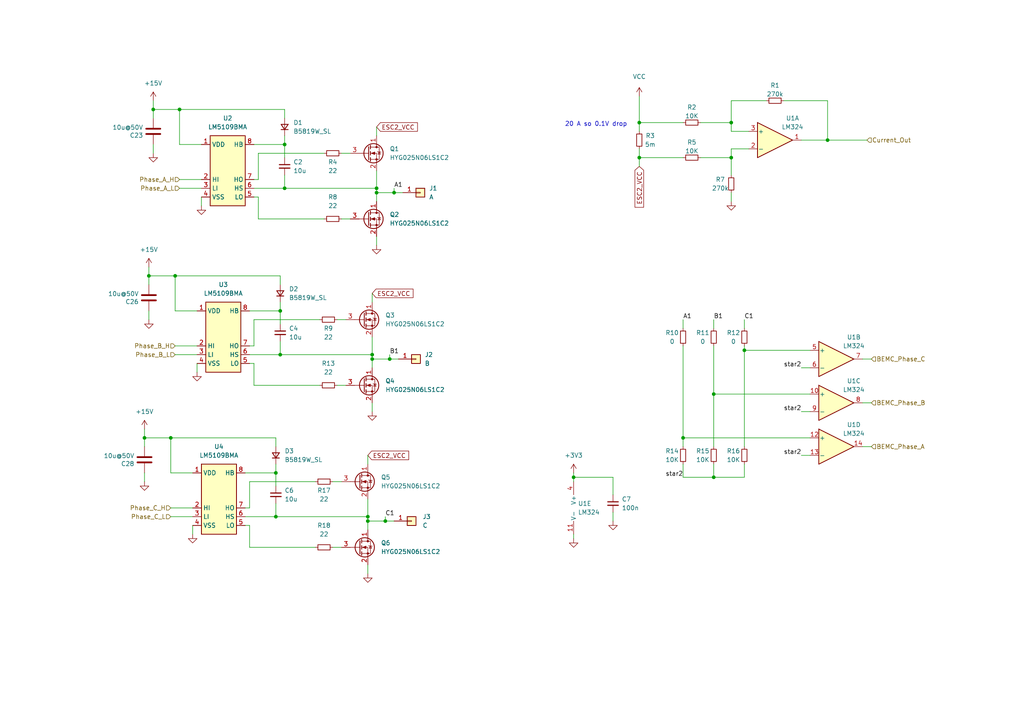
<source format=kicad_sch>
(kicad_sch (version 20211123) (generator eeschema)
  (paper "A4")
  (lib_symbols
    (symbol "Amplifier_Operational:LM324" (pin_names (offset 0.127))
      (property "Reference" "U" (at 0 5.08 0))
      (property "Value" "LM324" (at 0 -5.08 0))
      (symbol "LM324_1_1"
        (polyline (pts (xy -5.08 5.08) (xy 5.08 0) (xy -5.08 -5.08) (xy -5.08 5.08)) (stroke (width 0.254)) (fill (type background)))
        (pin output line (at 7.62 0 180) (length 2.54) (name "~") (number "1"))
        (pin input line (at -7.62 -2.54 0) (length 2.54) (name "-") (number "2"))
        (pin input line (at -7.62 2.54 0) (length 2.54) (name "+") (number "3"))
      )
      (symbol "LM324_2_1"
        (polyline (pts (xy -5.08 5.08) (xy 5.08 0) (xy -5.08 -5.08) (xy -5.08 5.08)) (stroke (width 0.254)) (fill (type background)))
        (pin input line (at -7.62 2.54 0) (length 2.54) (name "+") (number "5"))
        (pin input line (at -7.62 -2.54 0) (length 2.54) (name "-") (number "6"))
        (pin output line (at 7.62 0 180) (length 2.54) (name "~") (number "7"))
      )
      (symbol "LM324_3_1"
        (polyline (pts (xy -5.08 5.08) (xy 5.08 0) (xy -5.08 -5.08) (xy -5.08 5.08)) (stroke (width 0.254)) (fill (type background)))
        (pin input line (at -7.62 2.54 0) (length 2.54) (name "+") (number "10"))
        (pin output line (at 7.62 0 180) (length 2.54) (name "~") (number "8"))
        (pin input line (at -7.62 -2.54 0) (length 2.54) (name "-") (number "9"))
      )
      (symbol "LM324_4_1"
        (polyline (pts (xy -5.08 5.08) (xy 5.08 0) (xy -5.08 -5.08) (xy -5.08 5.08)) (stroke (width 0.254)) (fill (type background)))
        (pin input line (at -7.62 2.54 0) (length 2.54) (name "+") (number "12"))
        (pin input line (at -7.62 -2.54 0) (length 2.54) (name "-") (number "13"))
        (pin output line (at 7.62 0 180) (length 2.54) (name "~") (number "14"))
      )
      (symbol "LM324_5_1"
        (pin power_in line (at -2.54 -7.62 90) (length 3.81) (name "V-") (number "11"))
        (pin power_in line (at -2.54 7.62 270) (length 3.81) (name "V+") (number "4"))
      )
    )
    (symbol "Connector_Generic:Conn_01x01" (pin_names (offset 1.016) hide)
      (property "Reference" "J" (at 0 2.54 0))
      (property "Value" "Conn_01x01" (at 0 -2.54 0))
      (symbol "Conn_01x01_1_1"
        (rectangle (start -1.27 0.127) (end 0 -0.127) (stroke (width 0.1524)))
        (rectangle (start -1.27 1.27) (end 1.27 -1.27) (stroke (width 0.254)) (fill (type background)))
        (pin passive line (at -5.08 0 0) (length 3.81) (name "Pin_1") (number "1"))
      )
    )
    (symbol "Device:C" (pin_numbers hide) (pin_names (offset 0.254))
      (property "Reference" "C" (at 0.635 2.54 0))
      (property "Value" "C" (at 0.635 -2.54 0))
      (symbol "C_0_1"
        (polyline (pts (xy -2.032 -0.762) (xy 2.032 -0.762)) (stroke (width 0.508)))
        (polyline (pts (xy -2.032 0.762) (xy 2.032 0.762)) (stroke (width 0.508)))
      )
      (symbol "C_1_1"
        (pin passive line (at 0 3.81 270) (length 2.794) (name "~") (number "1"))
        (pin passive line (at 0 -3.81 90) (length 2.794) (name "~") (number "2"))
      )
    )
    (symbol "Device:C_Small" (pin_numbers hide) (pin_names (offset 0.254) hide)
      (property "Reference" "C" (at 0.254 1.778 0))
      (property "Value" "C_Small" (at 0.254 -2.032 0))
      (symbol "C_Small_0_1"
        (polyline (pts (xy -1.524 -0.508) (xy 1.524 -0.508)) (stroke (width 0.3302)))
        (polyline (pts (xy -1.524 0.508) (xy 1.524 0.508)) (stroke (width 0.3048)))
      )
      (symbol "C_Small_1_1"
        (pin passive line (at 0 2.54 270) (length 2.032) (name "~") (number "1"))
        (pin passive line (at 0 -2.54 90) (length 2.032) (name "~") (number "2"))
      )
    )
    (symbol "Device:D_Small" (pin_numbers hide) (pin_names (offset 0.254) hide)
      (property "Reference" "D" (at -1.27 2.032 0))
      (property "Value" "D_Small" (at -3.81 -2.032 0))
      (symbol "D_Small_0_1"
        (polyline (pts (xy -0.762 -1.016) (xy -0.762 1.016)) (stroke (width 0.254)))
        (polyline (pts (xy -0.762 0) (xy 0.762 0)))
        (polyline (pts (xy 0.762 -1.016) (xy -0.762 0) (xy 0.762 1.016) (xy 0.762 -1.016)) (stroke (width 0.254)))
      )
      (symbol "D_Small_1_1"
        (pin passive line (at -2.54 0 0) (length 1.778) (name "K") (number "1"))
        (pin passive line (at 2.54 0 180) (length 1.778) (name "A") (number "2"))
      )
    )
    (symbol "Device:Q_NMOS_DSG" (pin_names (offset 0) hide)
      (property "Reference" "Q" (at 5.08 1.27 0))
      (property "Value" "Q_NMOS_DSG" (at 5.08 -1.27 0))
      (symbol "Q_NMOS_DSG_0_1"
        (polyline (pts (xy 0.254 0) (xy -2.54 0)))
        (polyline (pts (xy 0.254 1.905) (xy 0.254 -1.905)) (stroke (width 0.254)))
        (polyline (pts (xy 0.762 -1.27) (xy 0.762 -2.286)) (stroke (width 0.254)))
        (polyline (pts (xy 0.762 0.508) (xy 0.762 -0.508)) (stroke (width 0.254)))
        (polyline (pts (xy 0.762 2.286) (xy 0.762 1.27)) (stroke (width 0.254)))
        (polyline (pts (xy 2.54 2.54) (xy 2.54 1.778)))
        (polyline (pts (xy 2.54 -2.54) (xy 2.54 0) (xy 0.762 0)))
        (polyline (pts (xy 0.762 -1.778) (xy 3.302 -1.778) (xy 3.302 1.778) (xy 0.762 1.778)))
        (polyline (pts (xy 1.016 0) (xy 2.032 0.381) (xy 2.032 -0.381) (xy 1.016 0)) (fill (type outline)))
        (polyline (pts (xy 2.794 0.508) (xy 2.921 0.381) (xy 3.683 0.381) (xy 3.81 0.254)))
        (polyline (pts (xy 3.302 0.381) (xy 2.921 -0.254) (xy 3.683 -0.254) (xy 3.302 0.381)))
        (circle (center 1.651 0) (radius 2.794) (stroke (width 0.254)))
        (circle (center 2.54 -1.778) (radius 0.254) (fill (type outline)))
        (circle (center 2.54 1.778) (radius 0.254) (fill (type outline)))
      )
      (symbol "Q_NMOS_DSG_1_1"
        (pin passive line (at 2.54 5.08 270) (length 2.54) (name "D") (number "1"))
        (pin passive line (at 2.54 -5.08 90) (length 2.54) (name "S") (number "2"))
        (pin input line (at -5.08 0 0) (length 2.54) (name "G") (number "3"))
      )
    )
    (symbol "Device:R_Small" (pin_numbers hide) (pin_names (offset 0.254) hide)
      (property "Reference" "R" (at 0.762 0.508 0))
      (property "Value" "R_Small" (at 0.762 -1.016 0))
      (symbol "R_Small_0_1"
        (rectangle (start -0.762 1.778) (end 0.762 -1.778) (stroke (width 0.2032)))
      )
      (symbol "R_Small_1_1"
        (pin passive line (at 0 2.54 270) (length 0.762) (name "~") (number "1"))
        (pin passive line (at 0 -2.54 90) (length 0.762) (name "~") (number "2"))
      )
    )
    (symbol "Driver_FET:LM5109BMA"
      (property "Reference" "U" (at 0 13.97 0))
      (property "Value" "LM5109BMA" (at 0 11.43 0))
      (symbol "LM5109BMA_0_1"
        (rectangle (start -5.08 -10.16) (end 5.08 10.16) (stroke (width 0.254)) (fill (type background)))
      )
      (symbol "LM5109BMA_1_1"
        (pin power_in line (at -7.62 7.62 0) (length 2.54) (name "VDD") (number "1"))
        (pin input line (at -7.62 -2.54 0) (length 2.54) (name "HI") (number "2"))
        (pin input line (at -7.62 -5.08 0) (length 2.54) (name "LI") (number "3"))
        (pin power_in line (at -7.62 -7.62 0) (length 2.54) (name "VSS") (number "4"))
        (pin output line (at 7.62 -7.62 180) (length 2.54) (name "LO") (number "5"))
        (pin passive line (at 7.62 -5.08 180) (length 2.54) (name "HS") (number "6"))
        (pin output line (at 7.62 -2.54 180) (length 2.54) (name "HO") (number "7"))
        (pin passive line (at 7.62 7.62 180) (length 2.54) (name "HB") (number "8"))
      )
    )
    (symbol "power:+15V" (power) (pin_names (offset 0))
      (property "Value" "+15V" (at 0 3.556 0))
      (symbol "+15V_0_1"
        (polyline (pts (xy -0.762 1.27) (xy 0 2.54)))
        (polyline (pts (xy 0 0) (xy 0 2.54)))
        (polyline (pts (xy 0 2.54) (xy 0.762 1.27)))
      )
      (symbol "+15V_1_1"
        (pin power_in line (at 0 0 90) (length 0) hide (name "+15V") (number "1"))
      )
    )
    (symbol "power:+3V3" (power) (pin_names (offset 0))
      (property "Value" "+3V3" (at 0 3.556 0))
      (symbol "+3V3_0_1"
        (polyline (pts (xy -0.762 1.27) (xy 0 2.54)))
        (polyline (pts (xy 0 0) (xy 0 2.54)))
        (polyline (pts (xy 0 2.54) (xy 0.762 1.27)))
      )
      (symbol "+3V3_1_1"
        (pin power_in line (at 0 0 90) (length 0) hide (name "+3V3") (number "1"))
      )
    )
    (symbol "power:GND" (power) (pin_names (offset 0))
      (property "Value" "GND" (at 0 -3.81 0))
      (symbol "GND_0_1"
        (polyline (pts (xy 0 0) (xy 0 -1.27) (xy 1.27 -1.27) (xy 0 -2.54) (xy -1.27 -1.27) (xy 0 -1.27)))
      )
      (symbol "GND_1_1"
        (pin power_in line (at 0 0 270) (length 0) hide (name "GND") (number "1"))
      )
    )
    (symbol "power:VCC" (power) (pin_names (offset 0))
      (property "Value" "VCC" (at 0 3.81 0))
      (symbol "VCC_0_1"
        (polyline (pts (xy -0.762 1.27) (xy 0 2.54)))
        (polyline (pts (xy 0 0) (xy 0 2.54)))
        (polyline (pts (xy 0 2.54) (xy 0.762 1.27)))
      )
      (symbol "VCC_1_1"
        (pin power_in line (at 0 0 90) (length 0) hide (name "VCC") (number "1"))
      )
    )
  )
  (junction (at 198.12 127))
  (junction (at 166.37 138.43))
  (junction (at 43.18 80.01))
  (junction (at 106.68 149.86))
  (junction (at 212.09 45.72))
  (junction (at 207.01 114.3))
  (junction (at 49.53 127))
  (junction (at 114.3 55.88))
  (junction (at 113.03 104.14))
  (junction (at 240.03 40.64))
  (junction (at 80.01 149.86))
  (junction (at 185.42 45.72))
  (junction (at 41.91 127))
  (junction (at 82.55 41.91))
  (junction (at 52.07 31.75))
  (junction (at 212.09 35.56))
  (junction (at 82.55 54.61))
  (junction (at 109.22 55.88))
  (junction (at 50.8 80.01))
  (junction (at 215.9 101.6))
  (junction (at 111.76 151.13))
  (junction (at 207.01 138.43))
  (junction (at 81.28 90.17))
  (junction (at 107.95 104.14))
  (junction (at 185.42 35.56))
  (junction (at 81.28 102.87))
  (junction (at 106.68 151.13))
  (junction (at 44.45 31.75))
  (junction (at 109.22 54.61))
  (junction (at 107.95 102.87))
  (junction (at 80.01 137.16))
  (wire (pts (xy 96.52 158.75) (xy 99.06 158.75)))
  (wire (pts (xy 107.95 102.87) (xy 107.95 97.79)))
  (wire (pts (xy 73.66 41.91) (xy 82.55 41.91)))
  (wire (pts (xy 52.07 31.75) (xy 52.07 41.91)))
  (wire (pts (xy 73.66 54.61) (xy 82.55 54.61)))
  (wire (pts (xy 212.09 35.56) (xy 203.2 35.56)))
  (wire (pts (xy 107.95 102.87) (xy 107.95 104.14)))
  (wire (pts (xy 74.93 44.45) (xy 93.98 44.45)))
  (wire (pts (xy 52.07 52.07) (xy 58.42 52.07)))
  (wire (pts (xy 73.66 111.76) (xy 92.71 111.76)))
  (wire (pts (xy 72.39 147.32) (xy 72.39 139.7)))
  (wire (pts (xy 207.01 100.33) (xy 207.01 114.3)))
  (wire (pts (xy 43.18 77.47) (xy 43.18 80.01)))
  (wire (pts (xy 185.42 43.18) (xy 185.42 45.72)))
  (wire (pts (xy 207.01 114.3) (xy 207.01 129.54)))
  (wire (pts (xy 107.95 104.14) (xy 113.03 104.14)))
  (wire (pts (xy 215.9 100.33) (xy 215.9 101.6)))
  (wire (pts (xy 109.22 54.61) (xy 109.22 55.88)))
  (wire (pts (xy 50.8 102.87) (xy 57.15 102.87)))
  (wire (pts (xy 106.68 149.86) (xy 106.68 144.78)))
  (wire (pts (xy 72.39 90.17) (xy 81.28 90.17)))
  (wire (pts (xy 50.8 90.17) (xy 57.15 90.17)))
  (wire (pts (xy 52.07 54.61) (xy 58.42 54.61)))
  (wire (pts (xy 81.28 93.98) (xy 81.28 90.17)))
  (wire (pts (xy 107.95 85.09) (xy 107.95 87.63)))
  (wire (pts (xy 97.79 92.71) (xy 100.33 92.71)))
  (wire (pts (xy 44.45 31.75) (xy 52.07 31.75)))
  (wire (pts (xy 113.03 102.87) (xy 113.03 104.14)))
  (wire (pts (xy 217.17 43.18) (xy 212.09 43.18)))
  (wire (pts (xy 215.9 138.43) (xy 207.01 138.43)))
  (wire (pts (xy 97.79 111.76) (xy 100.33 111.76)))
  (wire (pts (xy 217.17 38.1) (xy 212.09 38.1)))
  (wire (pts (xy 212.09 45.72) (xy 212.09 50.8)))
  (wire (pts (xy 212.09 38.1) (xy 212.09 35.56)))
  (wire (pts (xy 109.22 54.61) (xy 109.22 49.53)))
  (wire (pts (xy 177.8 148.59) (xy 177.8 151.13)))
  (wire (pts (xy 207.01 134.62) (xy 207.01 138.43)))
  (wire (pts (xy 106.68 163.83) (xy 106.68 166.37)))
  (wire (pts (xy 50.8 80.01) (xy 81.28 80.01)))
  (wire (pts (xy 198.12 127) (xy 198.12 100.33)))
  (wire (pts (xy 106.68 151.13) (xy 106.68 153.67)))
  (wire (pts (xy 106.68 149.86) (xy 106.68 151.13)))
  (wire (pts (xy 52.07 31.75) (xy 82.55 31.75)))
  (wire (pts (xy 44.45 29.21) (xy 44.45 31.75)))
  (wire (pts (xy 166.37 137.16) (xy 166.37 138.43)))
  (wire (pts (xy 215.9 92.71) (xy 215.9 95.25)))
  (wire (pts (xy 41.91 137.16) (xy 41.91 139.7)))
  (wire (pts (xy 240.03 40.64) (xy 251.46 40.64)))
  (wire (pts (xy 99.06 63.5) (xy 101.6 63.5)))
  (wire (pts (xy 212.09 43.18) (xy 212.09 45.72)))
  (wire (pts (xy 212.09 45.72) (xy 203.2 45.72)))
  (wire (pts (xy 58.42 57.15) (xy 58.42 59.69)))
  (wire (pts (xy 82.55 54.61) (xy 109.22 54.61)))
  (wire (pts (xy 232.41 119.38) (xy 234.95 119.38)))
  (wire (pts (xy 177.8 143.51) (xy 177.8 138.43)))
  (wire (pts (xy 114.3 54.61) (xy 114.3 55.88)))
  (wire (pts (xy 81.28 87.63) (xy 81.28 90.17)))
  (wire (pts (xy 111.76 151.13) (xy 114.3 151.13)))
  (wire (pts (xy 215.9 101.6) (xy 234.95 101.6)))
  (wire (pts (xy 215.9 134.62) (xy 215.9 138.43)))
  (wire (pts (xy 41.91 127) (xy 41.91 129.54)))
  (wire (pts (xy 250.19 116.84) (xy 252.73 116.84)))
  (wire (pts (xy 73.66 100.33) (xy 73.66 92.71)))
  (wire (pts (xy 74.93 63.5) (xy 93.98 63.5)))
  (wire (pts (xy 72.39 139.7) (xy 91.44 139.7)))
  (wire (pts (xy 198.12 127) (xy 234.95 127)))
  (wire (pts (xy 207.01 92.71) (xy 207.01 95.25)))
  (wire (pts (xy 49.53 149.86) (xy 55.88 149.86)))
  (wire (pts (xy 185.42 35.56) (xy 185.42 38.1)))
  (wire (pts (xy 80.01 149.86) (xy 80.01 146.05)))
  (wire (pts (xy 50.8 80.01) (xy 50.8 90.17)))
  (wire (pts (xy 234.95 114.3) (xy 207.01 114.3)))
  (wire (pts (xy 177.8 138.43) (xy 166.37 138.43)))
  (wire (pts (xy 109.22 68.58) (xy 109.22 71.12)))
  (wire (pts (xy 71.12 149.86) (xy 80.01 149.86)))
  (wire (pts (xy 80.01 149.86) (xy 106.68 149.86)))
  (wire (pts (xy 99.06 44.45) (xy 101.6 44.45)))
  (wire (pts (xy 198.12 129.54) (xy 198.12 127)))
  (wire (pts (xy 71.12 137.16) (xy 80.01 137.16)))
  (wire (pts (xy 106.68 151.13) (xy 111.76 151.13)))
  (wire (pts (xy 82.55 45.72) (xy 82.55 41.91)))
  (wire (pts (xy 96.52 139.7) (xy 99.06 139.7)))
  (wire (pts (xy 212.09 55.88) (xy 212.09 58.42)))
  (wire (pts (xy 185.42 45.72) (xy 185.42 48.26)))
  (wire (pts (xy 72.39 105.41) (xy 73.66 105.41)))
  (wire (pts (xy 49.53 127) (xy 80.01 127)))
  (wire (pts (xy 41.91 127) (xy 49.53 127)))
  (wire (pts (xy 44.45 31.75) (xy 44.45 34.29)))
  (wire (pts (xy 72.39 100.33) (xy 73.66 100.33)))
  (wire (pts (xy 113.03 104.14) (xy 115.57 104.14)))
  (wire (pts (xy 240.03 29.21) (xy 227.33 29.21)))
  (wire (pts (xy 80.01 140.97) (xy 80.01 137.16)))
  (wire (pts (xy 55.88 152.4) (xy 55.88 154.94)))
  (wire (pts (xy 111.76 149.86) (xy 111.76 151.13)))
  (wire (pts (xy 57.15 105.41) (xy 57.15 107.95)))
  (wire (pts (xy 74.93 52.07) (xy 74.93 44.45)))
  (wire (pts (xy 166.37 154.94) (xy 166.37 156.21)))
  (wire (pts (xy 198.12 45.72) (xy 185.42 45.72)))
  (wire (pts (xy 44.45 41.91) (xy 44.45 44.45)))
  (wire (pts (xy 72.39 152.4) (xy 72.39 158.75)))
  (wire (pts (xy 81.28 102.87) (xy 81.28 99.06)))
  (wire (pts (xy 232.41 40.64) (xy 240.03 40.64)))
  (wire (pts (xy 49.53 147.32) (xy 55.88 147.32)))
  (wire (pts (xy 71.12 147.32) (xy 72.39 147.32)))
  (wire (pts (xy 73.66 52.07) (xy 74.93 52.07)))
  (wire (pts (xy 43.18 90.17) (xy 43.18 92.71)))
  (wire (pts (xy 198.12 138.43) (xy 198.12 134.62)))
  (wire (pts (xy 166.37 138.43) (xy 166.37 139.7)))
  (wire (pts (xy 82.55 54.61) (xy 82.55 50.8)))
  (wire (pts (xy 207.01 138.43) (xy 198.12 138.43)))
  (wire (pts (xy 240.03 40.64) (xy 240.03 29.21)))
  (wire (pts (xy 109.22 55.88) (xy 109.22 58.42)))
  (wire (pts (xy 107.95 116.84) (xy 107.95 119.38)))
  (wire (pts (xy 80.01 127) (xy 80.01 129.54)))
  (wire (pts (xy 106.68 132.08) (xy 106.68 134.62)))
  (wire (pts (xy 232.41 132.08) (xy 234.95 132.08)))
  (wire (pts (xy 72.39 158.75) (xy 91.44 158.75)))
  (wire (pts (xy 41.91 124.46) (xy 41.91 127)))
  (wire (pts (xy 198.12 95.25) (xy 198.12 92.71)))
  (wire (pts (xy 250.19 129.54) (xy 252.73 129.54)))
  (wire (pts (xy 82.55 31.75) (xy 82.55 34.29)))
  (wire (pts (xy 43.18 80.01) (xy 43.18 82.55)))
  (wire (pts (xy 198.12 35.56) (xy 185.42 35.56)))
  (wire (pts (xy 109.22 36.83) (xy 109.22 39.37)))
  (wire (pts (xy 73.66 57.15) (xy 74.93 57.15)))
  (wire (pts (xy 50.8 100.33) (xy 57.15 100.33)))
  (wire (pts (xy 81.28 102.87) (xy 107.95 102.87)))
  (wire (pts (xy 74.93 57.15) (xy 74.93 63.5)))
  (wire (pts (xy 81.28 80.01) (xy 81.28 82.55)))
  (wire (pts (xy 107.95 104.14) (xy 107.95 106.68)))
  (wire (pts (xy 49.53 137.16) (xy 55.88 137.16)))
  (wire (pts (xy 43.18 80.01) (xy 50.8 80.01)))
  (wire (pts (xy 215.9 101.6) (xy 215.9 129.54)))
  (wire (pts (xy 185.42 27.94) (xy 185.42 35.56)))
  (wire (pts (xy 80.01 134.62) (xy 80.01 137.16)))
  (wire (pts (xy 71.12 152.4) (xy 72.39 152.4)))
  (wire (pts (xy 73.66 105.41) (xy 73.66 111.76)))
  (wire (pts (xy 72.39 102.87) (xy 81.28 102.87)))
  (wire (pts (xy 52.07 41.91) (xy 58.42 41.91)))
  (wire (pts (xy 82.55 39.37) (xy 82.55 41.91)))
  (wire (pts (xy 109.22 55.88) (xy 114.3 55.88)))
  (wire (pts (xy 222.25 29.21) (xy 212.09 29.21)))
  (wire (pts (xy 73.66 92.71) (xy 92.71 92.71)))
  (wire (pts (xy 232.41 106.68) (xy 234.95 106.68)))
  (wire (pts (xy 250.19 104.14) (xy 252.73 104.14)))
  (wire (pts (xy 114.3 55.88) (xy 116.84 55.88)))
  (wire (pts (xy 212.09 29.21) (xy 212.09 35.56)))
  (wire (pts (xy 49.53 127) (xy 49.53 137.16)))
  (text "20 A so 0.1V drop" (at 163.83 36.83 0) (effects (font (size 1.27 1.27)) (justify left bottom)))
  (label "star2" (at 198.12 138.43 180))
  (label "star2" (at 232.41 132.08 180))
  (label "C1" (at 111.76 149.86 0))
  (label "star2" (at 232.41 119.38 180))
  (label "star2" (at 232.41 106.68 180))
  (label "C1" (at 215.9 92.71 0))
  (label "A1" (at 114.3 54.61 0))
  (label "B1" (at 207.01 92.71 0))
  (label "B1" (at 113.03 102.87 0))
  (label "A1" (at 198.12 92.71 0))
  (global_label "ESC2_VCC" (shape input) (at 107.95 85.09 0) (property "Intersheet References" "${INTERSHEET_REFS}" (effects hide)))
  (global_label "ESC2_VCC" (shape input) (at 109.22 36.83 0) (property "Intersheet References" "${INTERSHEET_REFS}" (effects hide)))
  (global_label "ESC2_VCC" (shape input) (at 106.68 132.08 0) (property "Intersheet References" "${INTERSHEET_REFS}" (effects hide)))
  (global_label "ESC2_VCC" (shape input) (at 185.42 48.26 270) (property "Intersheet References" "${INTERSHEET_REFS}" (effects hide)))
  (hierarchical_label "BEMC_Phase_B" (shape input) (at 252.73 116.84 0))
  (hierarchical_label "Phase_C_H" (shape input) (at 49.53 147.32 180))
  (hierarchical_label "BEMC_Phase_A" (shape input) (at 252.73 129.54 0))
  (hierarchical_label "Phase_A_H" (shape input) (at 52.07 52.07 180))
  (hierarchical_label "Phase_B_H" (shape input) (at 50.8 100.33 180))
  (hierarchical_label "BEMC_Phase_C" (shape input) (at 252.73 104.14 0))
  (hierarchical_label "Phase_B_L" (shape input) (at 50.8 102.87 180))
  (hierarchical_label "Phase_C_L" (shape input) (at 49.53 149.86 180))
  (hierarchical_label "Current_Out" (shape input) (at 251.46 40.64 0))
  (hierarchical_label "Phase_A_L" (shape input) (at 52.07 54.61 180))
  (symbol (lib_id "Device:D_Small") (at 81.28 85.09 90) (unit 1)
    (property "Reference" "D2" (at 83.82 83.8199 90) (effects (justify right)))
    (property "Value" "B5819W_SL" (at 83.82 86.3599 90) (effects (justify right)))
    (property "Footprint" "Diode_SMD:D_SOD-123" (effects hide))
    (property "LCSC" "C8598" (effects hide))
  )
  (symbol (lib_id "Device:Q_NMOS_DSG") (at 105.41 92.71 0) (unit 1)
    (property "Reference" "Q3" (at 111.76 91.4399 0) (effects (justify left)))
    (property "Value" "HYG025N06LS1C2" (at 111.76 93.9799 0) (effects (justify left)))
    (property "Footprint" "Z_mycustom_footprint_lib:DFN-8_(5x6)" (effects hide))
    (property "Datasheet" "https://datasheet.lcsc.com/lcsc/2105242011_HUAYI-HYG025N06LS1C2_C2827231.pdf" (effects hide))
    (property "LCSC" "C2827231" (effects hide))
  )
  (symbol (lib_id "Device:R_Small") (at 224.79 29.21 90) (unit 1)
    (property "Reference" "R1" (at 224.79 24.765 90))
    (property "Value" "270k" (at 224.79 27.305 90))
  )
  (symbol (lib_id "power:+3V3") (at 166.37 137.16 0) (unit 1)
    (property "Reference" "#PWR0108" (effects hide))
    (property "Value" "+3V3" (at 166.37 132.08 0))
  )
  (symbol (lib_id "Device:R_Small") (at 215.9 97.79 180) (unit 1)
    (property "Reference" "R12" (at 212.725 96.52 0))
    (property "Value" "0" (at 212.725 99.06 0))
  )
  (symbol (lib_id "power:+15V") (at 44.45 29.21 0) (unit 1)
    (property "Reference" "#PWR044" (effects hide))
    (property "Value" "+15V" (at 44.45 24.13 0))
  )
  (symbol (lib_id "power:GND") (at 41.91 139.7 0) (unit 1)
    (property "Reference" "#PWR053" (effects hide))
    (property "Value" "GND" (effects hide))
  )
  (symbol (lib_id "power:GND") (at 44.45 44.45 0) (unit 1)
    (property "Reference" "#PWR045" (effects hide))
    (property "Value" "GND" (effects hide))
  )
  (symbol (lib_id "Device:R_Small") (at 95.25 92.71 90) (unit 1)
    (property "Reference" "R9" (at 95.25 95.25 90))
    (property "Value" "22" (at 95.25 97.79 90))
    (property "Footprint" "Resistor_SMD:R_0603_1608Metric" (effects hide))
    (property "LCSC" "C23345" (effects hide))
  )
  (symbol (lib_id "power:GND") (at 109.22 71.12 0) (unit 1)
    (property "Reference" "#PWR0101" (effects hide))
    (property "Value" "GND" (effects hide))
  )
  (symbol (lib_id "Device:Q_NMOS_DSG") (at 104.14 158.75 0) (unit 1)
    (property "Reference" "Q6" (at 110.49 157.4799 0) (effects (justify left)))
    (property "Value" "HYG025N06LS1C2" (at 110.49 160.0199 0) (effects (justify left)))
    (property "Footprint" "Z_mycustom_footprint_lib:DFN-8_(5x6)" (effects hide))
    (property "Datasheet" "https://datasheet.lcsc.com/lcsc/2105242011_HUAYI-HYG025N06LS1C2_C2827231.pdf" (effects hide))
    (property "LCSC" "C2827231" (effects hide))
  )
  (symbol (lib_id "Device:R_Small") (at 95.25 111.76 90) (unit 1)
    (property "Reference" "R13" (at 95.25 105.41 90))
    (property "Value" "22" (at 95.25 107.95 90))
    (property "Footprint" "Resistor_SMD:R_0603_1608Metric" (effects hide))
    (property "LCSC" "C23345" (effects hide))
  )
  (symbol (lib_id "power:GND") (at 106.68 166.37 0) (unit 1)
    (property "Reference" "#PWR0102" (effects hide))
    (property "Value" "GND" (effects hide))
  )
  (symbol (lib_id "Connector_Generic:Conn_01x01") (at 119.38 151.13 0) (unit 1) (in_bom no)
    (property "Reference" "J3" (at 122.555 149.8599 0) (effects (justify left)))
    (property "Value" "C" (at 122.555 152.3999 0) (effects (justify left)))
    (property "Footprint" "Mounting_Wuerth:Mounting_Wuerth_WA-SMSI-M1.6_H1.5mm_9774015633" (effects hide))
  )
  (symbol (lib_id "Device:C_Small") (at 81.28 96.52 0) (unit 1)
    (property "Reference" "C4" (at 83.82 95.2562 0) (effects (justify left)))
    (property "Value" "10u" (at 83.82 97.7962 0) (effects (justify left)))
    (property "Footprint" "Capacitor_SMD:C_0603_1608Metric" (effects hide))
    (property "LCSC" "C96446" (effects hide))
  )
  (symbol (lib_id "Device:C_Small") (at 177.8 146.05 0) (unit 1)
    (property "Reference" "C7" (at 180.34 144.7862 0) (effects (justify left)))
    (property "Value" "100n" (at 180.34 147.3262 0) (effects (justify left)))
  )
  (symbol (lib_id "Device:D_Small") (at 82.55 36.83 90) (unit 1)
    (property "Reference" "D1" (at 85.09 35.5599 90) (effects (justify right)))
    (property "Value" "B5819W_SL" (at 85.09 38.0999 90) (effects (justify right)))
    (property "Footprint" "Diode_SMD:D_SOD-123" (effects hide))
    (property "LCSC" "C8598" (effects hide))
  )
  (symbol (lib_id "power:GND") (at 58.42 59.69 0) (unit 1)
    (property "Reference" "#PWR046" (effects hide))
    (property "Value" "GND" (effects hide))
  )
  (symbol (lib_id "Device:C") (at 41.91 133.35 180) (unit 1)
    (property "Reference" "C28" (at 38.989 134.5184 0) (effects (justify left)))
    (property "Value" "10u@50V" (at 38.989 132.207 0) (effects (justify left)))
    (property "Footprint" "Capacitor_SMD:C_0805_2012Metric" (effects hide))
    (property "LCSC" "C440198" (effects hide))
  )
  (symbol (lib_id "power:GND") (at 57.15 107.95 0) (unit 1)
    (property "Reference" "#PWR050" (effects hide))
    (property "Value" "GND" (effects hide))
  )
  (symbol (lib_id "power:GND") (at 177.8 151.13 0) (unit 1)
    (property "Reference" "#PWR0106" (effects hide))
    (property "Value" "GND" (effects hide))
  )
  (symbol (lib_id "Device:R_Small") (at 198.12 97.79 180) (unit 1)
    (property "Reference" "R10" (at 194.945 96.52 0))
    (property "Value" "0" (at 194.945 99.06 0))
  )
  (symbol (lib_id "Device:C") (at 43.18 86.36 180) (unit 1)
    (property "Reference" "C26" (at 40.259 87.5284 0) (effects (justify left)))
    (property "Value" "10u@50V" (at 40.259 85.217 0) (effects (justify left)))
    (property "Footprint" "Capacitor_SMD:C_0805_2012Metric" (effects hide))
    (property "LCSC" "C440198" (effects hide))
  )
  (symbol (lib_id "Device:R_Small") (at 93.98 158.75 90) (unit 1)
    (property "Reference" "R18" (at 93.98 152.4 90))
    (property "Value" "22" (at 93.98 154.94 90))
    (property "Footprint" "Resistor_SMD:R_0603_1608Metric" (effects hide))
    (property "LCSC" "C23345" (effects hide))
  )
  (symbol (lib_id "Device:C") (at 44.45 38.1 180) (unit 1)
    (property "Reference" "C23" (at 41.529 39.2684 0) (effects (justify left)))
    (property "Value" "10u@50V" (at 41.529 36.957 0) (effects (justify left)))
    (property "Footprint" "Capacitor_SMD:C_0805_2012Metric" (effects hide))
    (property "LCSC" "C440198" (effects hide))
  )
  (symbol (lib_id "Device:R_Small") (at 96.52 63.5 90) (unit 1)
    (property "Reference" "R8" (at 96.52 57.15 90))
    (property "Value" "22" (at 96.52 59.69 90))
    (property "Footprint" "Resistor_SMD:R_0603_1608Metric" (effects hide))
    (property "LCSC" "C23345" (effects hide))
  )
  (symbol (lib_id "Device:R_Small") (at 215.9 132.08 180) (unit 1)
    (property "Reference" "R16" (at 212.725 130.81 0))
    (property "Value" "10K" (at 212.725 133.35 0))
  )
  (symbol (lib_id "power:GND") (at 107.95 119.38 0) (unit 1)
    (property "Reference" "#PWR0103" (effects hide))
    (property "Value" "GND" (effects hide))
  )
  (symbol (lib_id "Amplifier_Operational:LM324") (at 242.57 129.54 0) (unit 4)
    (property "Reference" "U1" (at 247.65 123.19 0))
    (property "Value" "LM324" (at 247.65 125.73 0))
    (property "Datasheet" "http://www.ti.com/lit/ds/symlink/lm2902-n.pdf" (effects hide))
  )
  (symbol (lib_id "Amplifier_Operational:LM324") (at 242.57 104.14 0) (unit 2)
    (property "Reference" "U1" (at 247.65 97.79 0))
    (property "Value" "LM324" (at 247.65 100.33 0))
    (property "Datasheet" "http://www.ti.com/lit/ds/symlink/lm2902-n.pdf" (effects hide))
  )
  (symbol (lib_id "Device:R_Small") (at 96.52 44.45 90) (unit 1)
    (property "Reference" "R4" (at 96.52 46.99 90))
    (property "Value" "22" (at 96.52 49.53 90))
    (property "Footprint" "Resistor_SMD:R_0603_1608Metric" (effects hide))
    (property "LCSC" "C23345" (effects hide))
  )
  (symbol (lib_id "Amplifier_Operational:LM324") (at 242.57 116.84 0) (unit 3)
    (property "Reference" "U1" (at 247.65 110.49 0))
    (property "Value" "LM324" (at 247.65 113.03 0))
    (property "Datasheet" "http://www.ti.com/lit/ds/symlink/lm2902-n.pdf" (effects hide))
  )
  (symbol (lib_id "Connector_Generic:Conn_01x01") (at 121.92 55.88 0) (unit 1) (in_bom no)
    (property "Reference" "J1" (at 124.46 54.6099 0) (effects (justify left)))
    (property "Value" "A" (at 124.46 57.1499 0) (effects (justify left)))
    (property "Footprint" "Mounting_Wuerth:Mounting_Wuerth_WA-SMSI-M1.6_H1.5mm_9774015633" (effects hide))
  )
  (symbol (lib_id "Device:C_Small") (at 80.01 143.51 0) (unit 1)
    (property "Reference" "C6" (at 82.55 142.2462 0) (effects (justify left)))
    (property "Value" "10u" (at 82.55 144.7862 0) (effects (justify left)))
    (property "Footprint" "Capacitor_SMD:C_0603_1608Metric" (effects hide))
    (property "LCSC" "C96446" (effects hide))
  )
  (symbol (lib_id "Device:R_Small") (at 198.12 132.08 180) (unit 1)
    (property "Reference" "R14" (at 194.945 130.81 0))
    (property "Value" "10K" (at 194.945 133.35 0))
  )
  (symbol (lib_id "power:+15V") (at 43.18 77.47 0) (unit 1)
    (property "Reference" "#PWR048" (effects hide))
    (property "Value" "+15V" (at 43.18 72.39 0))
  )
  (symbol (lib_id "Device:C_Small") (at 82.55 48.26 0) (unit 1)
    (property "Reference" "C2" (at 85.09 46.9962 0) (effects (justify left)))
    (property "Value" "10u" (at 85.09 49.5362 0) (effects (justify left)))
    (property "Footprint" "Capacitor_SMD:C_0603_1608Metric" (effects hide))
    (property "LCSC" "C96446" (effects hide))
  )
  (symbol (lib_id "Device:Q_NMOS_DSG") (at 106.68 44.45 0) (unit 1)
    (property "Reference" "Q1" (at 113.03 43.1799 0) (effects (justify left)))
    (property "Value" "HYG025N06LS1C2" (at 113.03 45.7199 0) (effects (justify left)))
    (property "Footprint" "Z_mycustom_footprint_lib:DFN-8_(5x6)" (effects hide))
    (property "Datasheet" "https://datasheet.lcsc.com/lcsc/2105242011_HUAYI-HYG025N06LS1C2_C2827231.pdf" (effects hide))
    (property "LCSC" "C2827231" (effects hide))
  )
  (symbol (lib_id "Device:R_Small") (at 207.01 97.79 180) (unit 1)
    (property "Reference" "R11" (at 203.835 96.52 0))
    (property "Value" "0" (at 203.835 99.06 0))
  )
  (symbol (lib_id "power:GND") (at 43.18 92.71 0) (unit 1)
    (property "Reference" "#PWR049" (effects hide))
    (property "Value" "GND" (effects hide))
  )
  (symbol (lib_id "power:VCC") (at 185.42 27.94 0) (unit 1)
    (property "Reference" "#PWR0105" (effects hide))
    (property "Value" "VCC" (at 185.42 22.225 0))
  )
  (symbol (lib_id "Device:R_Small") (at 212.09 53.34 180) (unit 1)
    (property "Reference" "R7" (at 208.915 52.07 0))
    (property "Value" "270k" (at 208.915 54.61 0))
  )
  (symbol (lib_id "Device:Q_NMOS_DSG") (at 106.68 63.5 0) (unit 1)
    (property "Reference" "Q2" (at 113.03 62.2299 0) (effects (justify left)))
    (property "Value" "HYG025N06LS1C2" (at 113.03 64.7699 0) (effects (justify left)))
    (property "Footprint" "Z_mycustom_footprint_lib:DFN-8_(5x6)" (effects hide))
    (property "Datasheet" "https://datasheet.lcsc.com/lcsc/2105242011_HUAYI-HYG025N06LS1C2_C2827231.pdf" (effects hide))
    (property "LCSC" "C2827231" (effects hide))
  )
  (symbol (lib_id "Device:Q_NMOS_DSG") (at 104.14 139.7 0) (unit 1)
    (property "Reference" "Q5" (at 110.49 138.4299 0) (effects (justify left)))
    (property "Value" "HYG025N06LS1C2" (at 110.49 140.9699 0) (effects (justify left)))
    (property "Footprint" "Z_mycustom_footprint_lib:DFN-8_(5x6)" (effects hide))
    (property "Datasheet" "https://datasheet.lcsc.com/lcsc/2105242011_HUAYI-HYG025N06LS1C2_C2827231.pdf" (effects hide))
    (property "LCSC" "C2827231" (effects hide))
  )
  (symbol (lib_id "Device:Q_NMOS_DSG") (at 105.41 111.76 0) (unit 1)
    (property "Reference" "Q4" (at 111.76 110.4899 0) (effects (justify left)))
    (property "Value" "HYG025N06LS1C2" (at 111.76 113.0299 0) (effects (justify left)))
    (property "Footprint" "Z_mycustom_footprint_lib:DFN-8_(5x6)" (effects hide))
    (property "Datasheet" "https://datasheet.lcsc.com/lcsc/2105242011_HUAYI-HYG025N06LS1C2_C2827231.pdf" (effects hide))
    (property "LCSC" "C2827231" (effects hide))
  )
  (symbol (lib_id "Driver_FET:LM5109BMA") (at 64.77 97.79 0) (unit 1)
    (property "Reference" "U3" (at 64.77 82.55 0))
    (property "Value" "LM5109BMA" (at 64.77 85.09 0))
    (property "Footprint" "Package_SO:SOIC-8_3.9x4.9mm_P1.27mm" (effects hide))
    (property "Datasheet" "http://www.ti.com/lit/ds/symlink/lm5109b.pdf" (effects hide))
    (property "LCSC" "C116862" (effects hide))
  )
  (symbol (lib_id "power:GND") (at 212.09 58.42 0) (unit 1)
    (property "Reference" "#PWR0104" (effects hide))
    (property "Value" "GND" (effects hide))
  )
  (symbol (lib_id "Connector_Generic:Conn_01x01") (at 120.65 104.14 0) (unit 1) (in_bom no)
    (property "Reference" "J2" (at 123.19 102.8699 0) (effects (justify left)))
    (property "Value" "B" (at 123.19 105.4099 0) (effects (justify left)))
    (property "Footprint" "Mounting_Wuerth:Mounting_Wuerth_WA-SMSI-M1.6_H1.5mm_9774015633" (effects hide))
  )
  (symbol (lib_id "Amplifier_Operational:LM324") (at 224.79 40.64 0) (unit 1)
    (property "Reference" "U1" (at 229.87 34.29 0))
    (property "Value" "LM324" (at 229.87 36.83 0))
    (property "Datasheet" "http://www.ti.com/lit/ds/symlink/lm2902-n.pdf" (effects hide))
  )
  (symbol (lib_id "Driver_FET:LM5109BMA") (at 63.5 144.78 0) (unit 1)
    (property "Reference" "U4" (at 63.5 129.54 0))
    (property "Value" "LM5109BMA" (at 63.5 132.08 0))
    (property "Footprint" "Package_SO:SOIC-8_3.9x4.9mm_P1.27mm" (effects hide))
    (property "Datasheet" "http://www.ti.com/lit/ds/symlink/lm5109b.pdf" (effects hide))
    (property "LCSC" "C116862" (effects hide))
  )
  (symbol (lib_id "power:+15V") (at 41.91 124.46 0) (unit 1)
    (property "Reference" "#PWR052" (effects hide))
    (property "Value" "+15V" (at 41.91 119.38 0))
  )
  (symbol (lib_id "Device:R_Small") (at 207.01 132.08 180) (unit 1)
    (property "Reference" "R15" (at 203.835 130.81 0))
    (property "Value" "10K" (at 203.835 133.35 0))
  )
  (symbol (lib_id "power:GND") (at 166.37 156.21 0) (unit 1)
    (property "Reference" "#PWR0107" (effects hide))
    (property "Value" "GND" (effects hide))
  )
  (symbol (lib_id "Device:D_Small") (at 80.01 132.08 90) (unit 1)
    (property "Reference" "D3" (at 82.55 130.8099 90) (effects (justify right)))
    (property "Value" "B5819W_SL" (at 82.55 133.3499 90) (effects (justify right)))
    (property "Footprint" "Diode_SMD:D_SOD-123" (effects hide))
    (property "LCSC" "C8598" (effects hide))
  )
  (symbol (lib_id "power:GND") (at 55.88 154.94 0) (unit 1)
    (property "Reference" "#PWR054" (effects hide))
    (property "Value" "GND" (effects hide))
  )
  (symbol (lib_id "Amplifier_Operational:LM324") (at 168.91 147.32 0) (unit 5)
    (property "Reference" "U1" (at 167.64 146.0499 0) (effects (justify left)))
    (property "Value" "LM324" (at 167.64 148.5899 0) (effects (justify left)))
    (property "Footprint" "Package_SO:SOIC-14_3.9x8.7mm_P1.27mm" (effects hide))
    (property "Datasheet" "http://www.ti.com/lit/ds/symlink/lm2902-n.pdf" (effects hide))
    (property "LCSC" "C71035" (effects hide))
  )
  (symbol (lib_id "Driver_FET:LM5109BMA") (at 66.04 49.53 0) (unit 1)
    (property "Reference" "U2" (at 66.04 34.29 0))
    (property "Value" "LM5109BMA" (at 66.04 36.83 0))
    (property "Footprint" "Package_SO:SOIC-8_3.9x4.9mm_P1.27mm" (effects hide))
    (property "Datasheet" "http://www.ti.com/lit/ds/symlink/lm5109b.pdf" (effects hide))
    (property "LCSC" "C116862" (effects hide))
  )
  (symbol (lib_id "Device:R_Small") (at 185.42 40.64 0) (unit 1)
    (property "Reference" "R3" (at 188.595 39.37 0))
    (property "Value" "5m" (at 188.595 41.91 0))
  )
  (symbol (lib_id "Device:R_Small") (at 200.66 45.72 90) (unit 1)
    (property "Reference" "R5" (at 200.66 41.275 90))
    (property "Value" "10K" (at 200.66 43.815 90))
  )
  (symbol (lib_id "Device:R_Small") (at 200.66 35.56 90) (unit 1)
    (property "Reference" "R2" (at 200.66 31.115 90))
    (property "Value" "10K" (at 200.66 33.655 90))
  )
  (symbol (lib_id "Device:R_Small") (at 93.98 139.7 90) (unit 1)
    (property "Reference" "R17" (at 93.98 142.24 90))
    (property "Value" "22" (at 93.98 144.78 90))
    (property "Footprint" "Resistor_SMD:R_0603_1608Metric" (effects hide))
    (property "LCSC" "C23345" (effects hide))
  )
)
</source>
